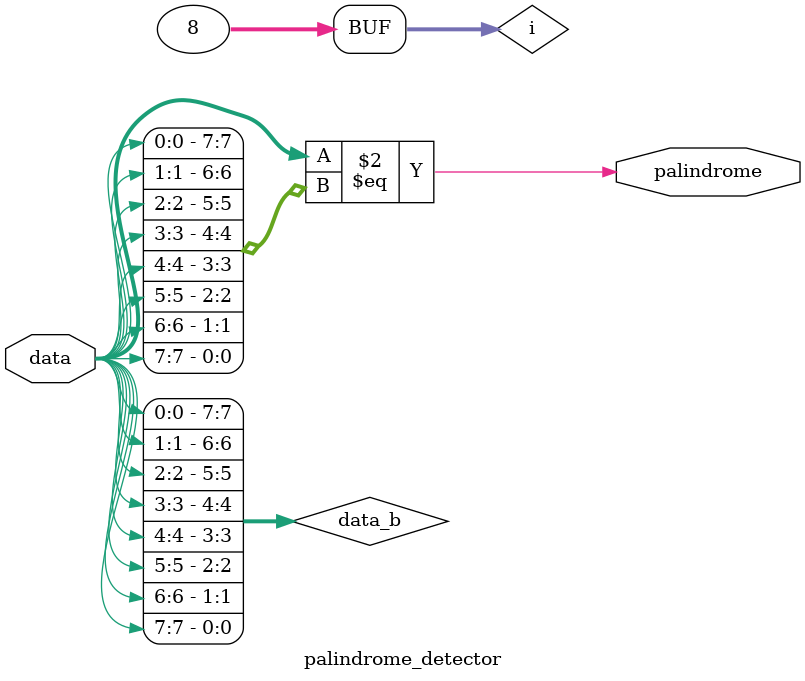
<source format=v>
`timescale 1ns / 1ps

module palindrome_detector (
    input  [7:0] data,       // 8-bit binary input
    output     palindrome  // 1-bit output: 1 if 'data' is a palindrome, 0 otherwise
);
integer i;
reg [7:0] data_b;
assign palindrome = data == data_b;
always@(*)
begin
    data_b = 0;
    for(i=0;i<8;i=i+1)
    begin
        data_b[i] = data[7-i]; 
    end
end

endmodule
</source>
